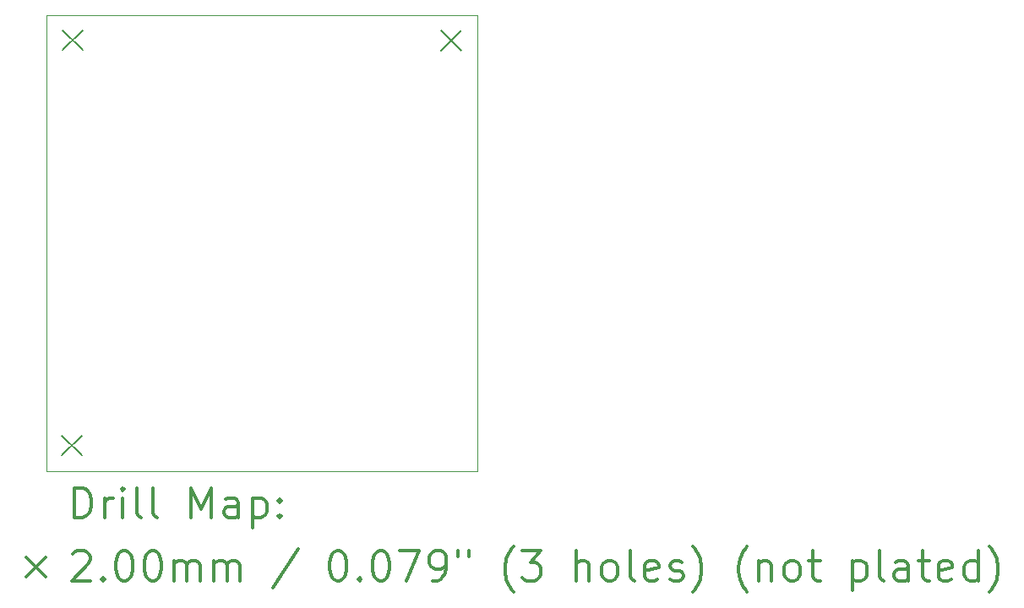
<source format=gbr>
%FSLAX45Y45*%
G04 Gerber Fmt 4.5, Leading zero omitted, Abs format (unit mm)*
G04 Created by KiCad (PCBNEW (5.1.6-0-10_14)) date 2022-05-06 10:42:54*
%MOMM*%
%LPD*%
G01*
G04 APERTURE LIST*
%TA.AperFunction,Profile*%
%ADD10C,0.100000*%
%TD*%
%ADD11C,0.200000*%
%ADD12C,0.300000*%
G04 APERTURE END LIST*
D10*
X12573000Y-7747000D02*
X12573000Y-12319000D01*
X8255000Y-7747000D02*
X12573000Y-7747000D01*
X8255000Y-12319000D02*
X8255000Y-7747000D01*
X12573000Y-12319000D02*
X8255000Y-12319000D01*
D11*
X12213000Y-7904000D02*
X12413000Y-8104000D01*
X12413000Y-7904000D02*
X12213000Y-8104000D01*
X8409000Y-11965000D02*
X8609000Y-12165000D01*
X8609000Y-11965000D02*
X8409000Y-12165000D01*
X8421000Y-7901000D02*
X8621000Y-8101000D01*
X8621000Y-7901000D02*
X8421000Y-8101000D01*
D12*
X8536428Y-12789714D02*
X8536428Y-12489714D01*
X8607857Y-12489714D01*
X8650714Y-12504000D01*
X8679286Y-12532571D01*
X8693571Y-12561143D01*
X8707857Y-12618286D01*
X8707857Y-12661143D01*
X8693571Y-12718286D01*
X8679286Y-12746857D01*
X8650714Y-12775429D01*
X8607857Y-12789714D01*
X8536428Y-12789714D01*
X8836428Y-12789714D02*
X8836428Y-12589714D01*
X8836428Y-12646857D02*
X8850714Y-12618286D01*
X8865000Y-12604000D01*
X8893571Y-12589714D01*
X8922143Y-12589714D01*
X9022143Y-12789714D02*
X9022143Y-12589714D01*
X9022143Y-12489714D02*
X9007857Y-12504000D01*
X9022143Y-12518286D01*
X9036428Y-12504000D01*
X9022143Y-12489714D01*
X9022143Y-12518286D01*
X9207857Y-12789714D02*
X9179286Y-12775429D01*
X9165000Y-12746857D01*
X9165000Y-12489714D01*
X9365000Y-12789714D02*
X9336428Y-12775429D01*
X9322143Y-12746857D01*
X9322143Y-12489714D01*
X9707857Y-12789714D02*
X9707857Y-12489714D01*
X9807857Y-12704000D01*
X9907857Y-12489714D01*
X9907857Y-12789714D01*
X10179286Y-12789714D02*
X10179286Y-12632571D01*
X10165000Y-12604000D01*
X10136428Y-12589714D01*
X10079286Y-12589714D01*
X10050714Y-12604000D01*
X10179286Y-12775429D02*
X10150714Y-12789714D01*
X10079286Y-12789714D01*
X10050714Y-12775429D01*
X10036428Y-12746857D01*
X10036428Y-12718286D01*
X10050714Y-12689714D01*
X10079286Y-12675429D01*
X10150714Y-12675429D01*
X10179286Y-12661143D01*
X10322143Y-12589714D02*
X10322143Y-12889714D01*
X10322143Y-12604000D02*
X10350714Y-12589714D01*
X10407857Y-12589714D01*
X10436428Y-12604000D01*
X10450714Y-12618286D01*
X10465000Y-12646857D01*
X10465000Y-12732571D01*
X10450714Y-12761143D01*
X10436428Y-12775429D01*
X10407857Y-12789714D01*
X10350714Y-12789714D01*
X10322143Y-12775429D01*
X10593571Y-12761143D02*
X10607857Y-12775429D01*
X10593571Y-12789714D01*
X10579286Y-12775429D01*
X10593571Y-12761143D01*
X10593571Y-12789714D01*
X10593571Y-12604000D02*
X10607857Y-12618286D01*
X10593571Y-12632571D01*
X10579286Y-12618286D01*
X10593571Y-12604000D01*
X10593571Y-12632571D01*
X8050000Y-13184000D02*
X8250000Y-13384000D01*
X8250000Y-13184000D02*
X8050000Y-13384000D01*
X8522143Y-13148286D02*
X8536428Y-13134000D01*
X8565000Y-13119714D01*
X8636428Y-13119714D01*
X8665000Y-13134000D01*
X8679286Y-13148286D01*
X8693571Y-13176857D01*
X8693571Y-13205429D01*
X8679286Y-13248286D01*
X8507857Y-13419714D01*
X8693571Y-13419714D01*
X8822143Y-13391143D02*
X8836428Y-13405429D01*
X8822143Y-13419714D01*
X8807857Y-13405429D01*
X8822143Y-13391143D01*
X8822143Y-13419714D01*
X9022143Y-13119714D02*
X9050714Y-13119714D01*
X9079286Y-13134000D01*
X9093571Y-13148286D01*
X9107857Y-13176857D01*
X9122143Y-13234000D01*
X9122143Y-13305429D01*
X9107857Y-13362571D01*
X9093571Y-13391143D01*
X9079286Y-13405429D01*
X9050714Y-13419714D01*
X9022143Y-13419714D01*
X8993571Y-13405429D01*
X8979286Y-13391143D01*
X8965000Y-13362571D01*
X8950714Y-13305429D01*
X8950714Y-13234000D01*
X8965000Y-13176857D01*
X8979286Y-13148286D01*
X8993571Y-13134000D01*
X9022143Y-13119714D01*
X9307857Y-13119714D02*
X9336428Y-13119714D01*
X9365000Y-13134000D01*
X9379286Y-13148286D01*
X9393571Y-13176857D01*
X9407857Y-13234000D01*
X9407857Y-13305429D01*
X9393571Y-13362571D01*
X9379286Y-13391143D01*
X9365000Y-13405429D01*
X9336428Y-13419714D01*
X9307857Y-13419714D01*
X9279286Y-13405429D01*
X9265000Y-13391143D01*
X9250714Y-13362571D01*
X9236428Y-13305429D01*
X9236428Y-13234000D01*
X9250714Y-13176857D01*
X9265000Y-13148286D01*
X9279286Y-13134000D01*
X9307857Y-13119714D01*
X9536428Y-13419714D02*
X9536428Y-13219714D01*
X9536428Y-13248286D02*
X9550714Y-13234000D01*
X9579286Y-13219714D01*
X9622143Y-13219714D01*
X9650714Y-13234000D01*
X9665000Y-13262571D01*
X9665000Y-13419714D01*
X9665000Y-13262571D02*
X9679286Y-13234000D01*
X9707857Y-13219714D01*
X9750714Y-13219714D01*
X9779286Y-13234000D01*
X9793571Y-13262571D01*
X9793571Y-13419714D01*
X9936428Y-13419714D02*
X9936428Y-13219714D01*
X9936428Y-13248286D02*
X9950714Y-13234000D01*
X9979286Y-13219714D01*
X10022143Y-13219714D01*
X10050714Y-13234000D01*
X10065000Y-13262571D01*
X10065000Y-13419714D01*
X10065000Y-13262571D02*
X10079286Y-13234000D01*
X10107857Y-13219714D01*
X10150714Y-13219714D01*
X10179286Y-13234000D01*
X10193571Y-13262571D01*
X10193571Y-13419714D01*
X10779286Y-13105429D02*
X10522143Y-13491143D01*
X11165000Y-13119714D02*
X11193571Y-13119714D01*
X11222143Y-13134000D01*
X11236428Y-13148286D01*
X11250714Y-13176857D01*
X11265000Y-13234000D01*
X11265000Y-13305429D01*
X11250714Y-13362571D01*
X11236428Y-13391143D01*
X11222143Y-13405429D01*
X11193571Y-13419714D01*
X11165000Y-13419714D01*
X11136428Y-13405429D01*
X11122143Y-13391143D01*
X11107857Y-13362571D01*
X11093571Y-13305429D01*
X11093571Y-13234000D01*
X11107857Y-13176857D01*
X11122143Y-13148286D01*
X11136428Y-13134000D01*
X11165000Y-13119714D01*
X11393571Y-13391143D02*
X11407857Y-13405429D01*
X11393571Y-13419714D01*
X11379286Y-13405429D01*
X11393571Y-13391143D01*
X11393571Y-13419714D01*
X11593571Y-13119714D02*
X11622143Y-13119714D01*
X11650714Y-13134000D01*
X11665000Y-13148286D01*
X11679286Y-13176857D01*
X11693571Y-13234000D01*
X11693571Y-13305429D01*
X11679286Y-13362571D01*
X11665000Y-13391143D01*
X11650714Y-13405429D01*
X11622143Y-13419714D01*
X11593571Y-13419714D01*
X11565000Y-13405429D01*
X11550714Y-13391143D01*
X11536428Y-13362571D01*
X11522143Y-13305429D01*
X11522143Y-13234000D01*
X11536428Y-13176857D01*
X11550714Y-13148286D01*
X11565000Y-13134000D01*
X11593571Y-13119714D01*
X11793571Y-13119714D02*
X11993571Y-13119714D01*
X11865000Y-13419714D01*
X12122143Y-13419714D02*
X12179286Y-13419714D01*
X12207857Y-13405429D01*
X12222143Y-13391143D01*
X12250714Y-13348286D01*
X12265000Y-13291143D01*
X12265000Y-13176857D01*
X12250714Y-13148286D01*
X12236428Y-13134000D01*
X12207857Y-13119714D01*
X12150714Y-13119714D01*
X12122143Y-13134000D01*
X12107857Y-13148286D01*
X12093571Y-13176857D01*
X12093571Y-13248286D01*
X12107857Y-13276857D01*
X12122143Y-13291143D01*
X12150714Y-13305429D01*
X12207857Y-13305429D01*
X12236428Y-13291143D01*
X12250714Y-13276857D01*
X12265000Y-13248286D01*
X12379286Y-13119714D02*
X12379286Y-13176857D01*
X12493571Y-13119714D02*
X12493571Y-13176857D01*
X12936428Y-13534000D02*
X12922143Y-13519714D01*
X12893571Y-13476857D01*
X12879286Y-13448286D01*
X12865000Y-13405429D01*
X12850714Y-13334000D01*
X12850714Y-13276857D01*
X12865000Y-13205429D01*
X12879286Y-13162571D01*
X12893571Y-13134000D01*
X12922143Y-13091143D01*
X12936428Y-13076857D01*
X13022143Y-13119714D02*
X13207857Y-13119714D01*
X13107857Y-13234000D01*
X13150714Y-13234000D01*
X13179286Y-13248286D01*
X13193571Y-13262571D01*
X13207857Y-13291143D01*
X13207857Y-13362571D01*
X13193571Y-13391143D01*
X13179286Y-13405429D01*
X13150714Y-13419714D01*
X13065000Y-13419714D01*
X13036428Y-13405429D01*
X13022143Y-13391143D01*
X13565000Y-13419714D02*
X13565000Y-13119714D01*
X13693571Y-13419714D02*
X13693571Y-13262571D01*
X13679286Y-13234000D01*
X13650714Y-13219714D01*
X13607857Y-13219714D01*
X13579286Y-13234000D01*
X13565000Y-13248286D01*
X13879286Y-13419714D02*
X13850714Y-13405429D01*
X13836428Y-13391143D01*
X13822143Y-13362571D01*
X13822143Y-13276857D01*
X13836428Y-13248286D01*
X13850714Y-13234000D01*
X13879286Y-13219714D01*
X13922143Y-13219714D01*
X13950714Y-13234000D01*
X13965000Y-13248286D01*
X13979286Y-13276857D01*
X13979286Y-13362571D01*
X13965000Y-13391143D01*
X13950714Y-13405429D01*
X13922143Y-13419714D01*
X13879286Y-13419714D01*
X14150714Y-13419714D02*
X14122143Y-13405429D01*
X14107857Y-13376857D01*
X14107857Y-13119714D01*
X14379286Y-13405429D02*
X14350714Y-13419714D01*
X14293571Y-13419714D01*
X14265000Y-13405429D01*
X14250714Y-13376857D01*
X14250714Y-13262571D01*
X14265000Y-13234000D01*
X14293571Y-13219714D01*
X14350714Y-13219714D01*
X14379286Y-13234000D01*
X14393571Y-13262571D01*
X14393571Y-13291143D01*
X14250714Y-13319714D01*
X14507857Y-13405429D02*
X14536428Y-13419714D01*
X14593571Y-13419714D01*
X14622143Y-13405429D01*
X14636428Y-13376857D01*
X14636428Y-13362571D01*
X14622143Y-13334000D01*
X14593571Y-13319714D01*
X14550714Y-13319714D01*
X14522143Y-13305429D01*
X14507857Y-13276857D01*
X14507857Y-13262571D01*
X14522143Y-13234000D01*
X14550714Y-13219714D01*
X14593571Y-13219714D01*
X14622143Y-13234000D01*
X14736428Y-13534000D02*
X14750714Y-13519714D01*
X14779286Y-13476857D01*
X14793571Y-13448286D01*
X14807857Y-13405429D01*
X14822143Y-13334000D01*
X14822143Y-13276857D01*
X14807857Y-13205429D01*
X14793571Y-13162571D01*
X14779286Y-13134000D01*
X14750714Y-13091143D01*
X14736428Y-13076857D01*
X15279286Y-13534000D02*
X15265000Y-13519714D01*
X15236428Y-13476857D01*
X15222143Y-13448286D01*
X15207857Y-13405429D01*
X15193571Y-13334000D01*
X15193571Y-13276857D01*
X15207857Y-13205429D01*
X15222143Y-13162571D01*
X15236428Y-13134000D01*
X15265000Y-13091143D01*
X15279286Y-13076857D01*
X15393571Y-13219714D02*
X15393571Y-13419714D01*
X15393571Y-13248286D02*
X15407857Y-13234000D01*
X15436428Y-13219714D01*
X15479286Y-13219714D01*
X15507857Y-13234000D01*
X15522143Y-13262571D01*
X15522143Y-13419714D01*
X15707857Y-13419714D02*
X15679286Y-13405429D01*
X15665000Y-13391143D01*
X15650714Y-13362571D01*
X15650714Y-13276857D01*
X15665000Y-13248286D01*
X15679286Y-13234000D01*
X15707857Y-13219714D01*
X15750714Y-13219714D01*
X15779286Y-13234000D01*
X15793571Y-13248286D01*
X15807857Y-13276857D01*
X15807857Y-13362571D01*
X15793571Y-13391143D01*
X15779286Y-13405429D01*
X15750714Y-13419714D01*
X15707857Y-13419714D01*
X15893571Y-13219714D02*
X16007857Y-13219714D01*
X15936428Y-13119714D02*
X15936428Y-13376857D01*
X15950714Y-13405429D01*
X15979286Y-13419714D01*
X16007857Y-13419714D01*
X16336428Y-13219714D02*
X16336428Y-13519714D01*
X16336428Y-13234000D02*
X16365000Y-13219714D01*
X16422143Y-13219714D01*
X16450714Y-13234000D01*
X16465000Y-13248286D01*
X16479286Y-13276857D01*
X16479286Y-13362571D01*
X16465000Y-13391143D01*
X16450714Y-13405429D01*
X16422143Y-13419714D01*
X16365000Y-13419714D01*
X16336428Y-13405429D01*
X16650714Y-13419714D02*
X16622143Y-13405429D01*
X16607857Y-13376857D01*
X16607857Y-13119714D01*
X16893571Y-13419714D02*
X16893571Y-13262571D01*
X16879286Y-13234000D01*
X16850714Y-13219714D01*
X16793571Y-13219714D01*
X16765000Y-13234000D01*
X16893571Y-13405429D02*
X16865000Y-13419714D01*
X16793571Y-13419714D01*
X16765000Y-13405429D01*
X16750714Y-13376857D01*
X16750714Y-13348286D01*
X16765000Y-13319714D01*
X16793571Y-13305429D01*
X16865000Y-13305429D01*
X16893571Y-13291143D01*
X16993571Y-13219714D02*
X17107857Y-13219714D01*
X17036428Y-13119714D02*
X17036428Y-13376857D01*
X17050714Y-13405429D01*
X17079286Y-13419714D01*
X17107857Y-13419714D01*
X17322143Y-13405429D02*
X17293571Y-13419714D01*
X17236428Y-13419714D01*
X17207857Y-13405429D01*
X17193571Y-13376857D01*
X17193571Y-13262571D01*
X17207857Y-13234000D01*
X17236428Y-13219714D01*
X17293571Y-13219714D01*
X17322143Y-13234000D01*
X17336428Y-13262571D01*
X17336428Y-13291143D01*
X17193571Y-13319714D01*
X17593571Y-13419714D02*
X17593571Y-13119714D01*
X17593571Y-13405429D02*
X17565000Y-13419714D01*
X17507857Y-13419714D01*
X17479286Y-13405429D01*
X17465000Y-13391143D01*
X17450714Y-13362571D01*
X17450714Y-13276857D01*
X17465000Y-13248286D01*
X17479286Y-13234000D01*
X17507857Y-13219714D01*
X17565000Y-13219714D01*
X17593571Y-13234000D01*
X17707857Y-13534000D02*
X17722143Y-13519714D01*
X17750714Y-13476857D01*
X17765000Y-13448286D01*
X17779286Y-13405429D01*
X17793571Y-13334000D01*
X17793571Y-13276857D01*
X17779286Y-13205429D01*
X17765000Y-13162571D01*
X17750714Y-13134000D01*
X17722143Y-13091143D01*
X17707857Y-13076857D01*
M02*

</source>
